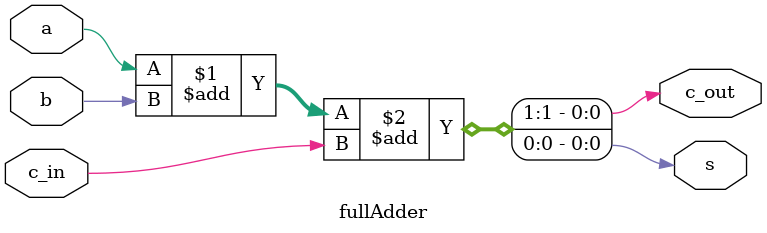
<source format=v>
module fullAdder (   
    input   a,              // The three-bit inputs to the Full Adder
    input   b,
    input   c_in,
    output  c_out,              // The two-bit outputs to the Full Adder
    output  s 
);
    
        assign {c_out, s} = a + b + c_in;    
            // Actual operation is to map it to FA Std Cell

endmodule
</source>
